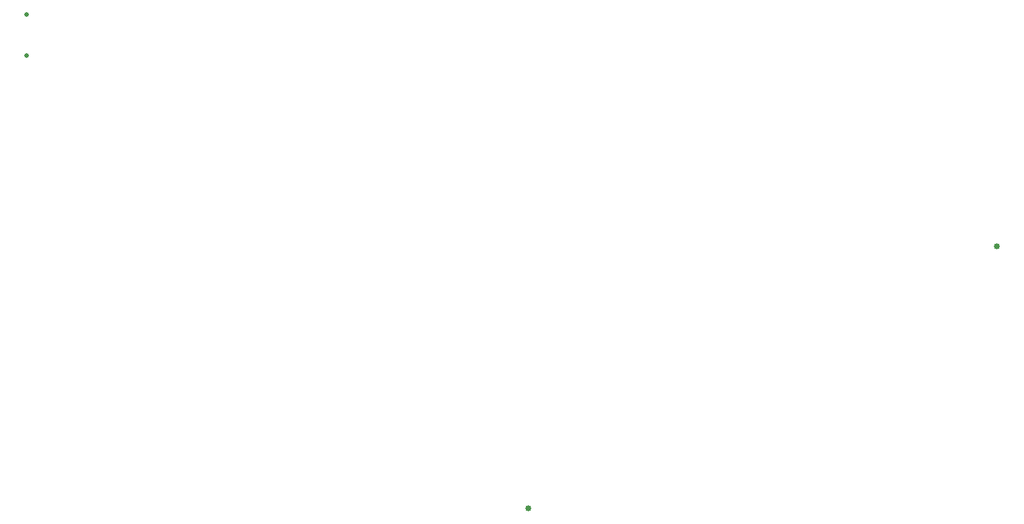
<source format=gbr>
%TF.GenerationSoftware,Altium Limited,Altium Designer,24.2.2 (26)*%
G04 Layer_Color=0*
%FSLAX45Y45*%
%MOMM*%
%TF.SameCoordinates,E801744C-0769-472F-B71A-A4CB6A2CC1AD*%
%TF.FilePolarity,Positive*%
%TF.FileFunction,NonPlated,1,2,NPTH,Drill*%
%TF.Part,Single*%
G01*
G75*
%TA.AperFunction,ComponentDrill*%
%ADD122C,0.65000*%
%ADD123C,0.85000*%
%ADD124C,0.85000*%
D122*
X600000Y8100000D02*
D03*
Y8678000D02*
D03*
D123*
X14201601Y5430000D02*
D03*
D124*
X7630000Y1750000D02*
D03*
%TF.MD5,167faa5ba5f2bb9fecaec8f90748326c*%
M02*

</source>
